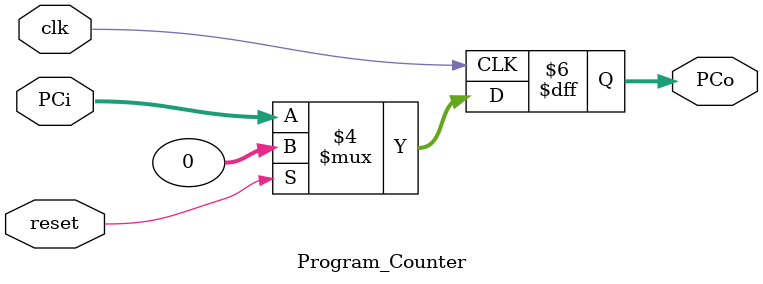
<source format=v>
module Program_Counter(clk, reset, PCi, PCo);

input clk, reset;
input [31:0]PCi;

output reg [31:0]PCo;


always @ (posedge clk) begin

	if (reset == 1'b1)
	PCo = 32'b0;
   else
	PCo = PCi;

end

endmodule

</source>
